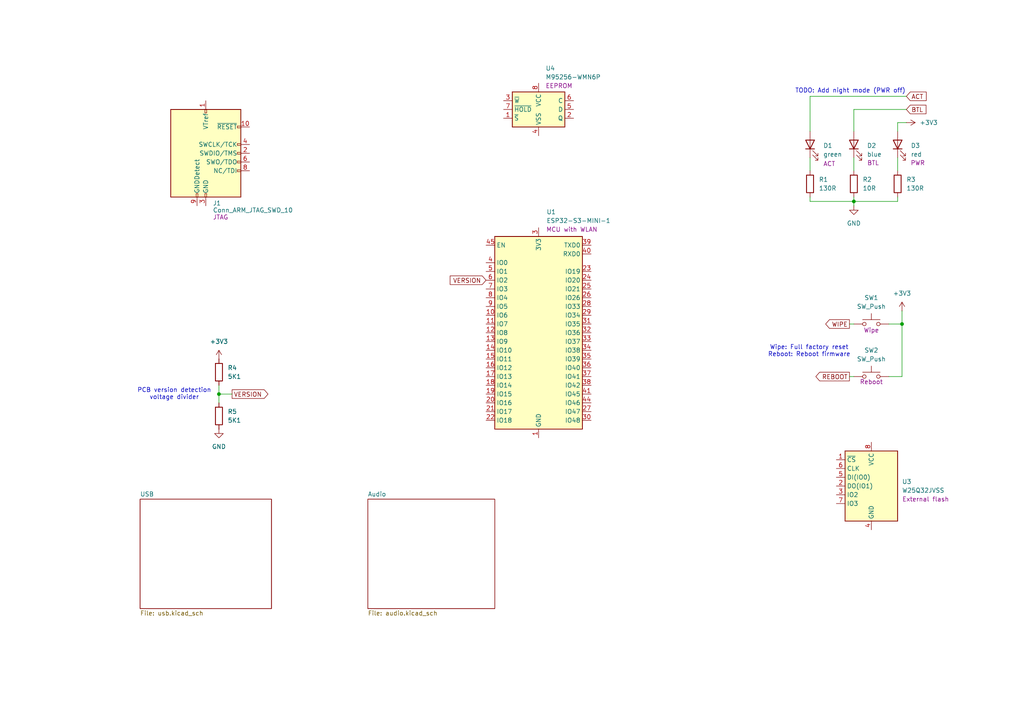
<source format=kicad_sch>
(kicad_sch (version 20231120) (generator "eeschema") (generator_version "8.0")
  (paper "A4")
  (title_block (title "soundbox"))
  (lib_symbols
    (symbol "Connector:Conn_ARM_JTAG_SWD_10" (pin_names (offset 1.016))
      (property "Reference" "J" (at -2.54 16.51 0))
      (property "Value" "Conn_ARM_JTAG_SWD_10" (at -2.54 13.97 0))
      (symbol "Conn_ARM_JTAG_SWD_10_0_1"
        (rectangle (start -10.16 12.7) (end 10.16 -12.7) (stroke (width 0.254)) (fill (type background)))
        (rectangle (start -2.794 -12.7) (end -2.286 -11.684))
        (rectangle (start -0.254 -12.7) (end 0.254 -11.684))
        (rectangle (start -0.254 12.7) (end 0.254 11.684))
        (rectangle (start 9.144 2.286) (end 10.16 2.794))
        (rectangle (start 10.16 -2.794) (end 9.144 -2.286))
        (rectangle (start 10.16 -0.254) (end 9.144 0.254))
        (rectangle (start 10.16 7.874) (end 9.144 7.366))
      )
      (symbol "Conn_ARM_JTAG_SWD_10_1_1"
        (rectangle (start 9.144 -5.334) (end 10.16 -4.826))
        (pin power_in line (at 0 15.24 270) (length 2.54) (name "VTref") (number "1"))
        (pin open_collector line (at 12.7 7.62 180) (length 2.54) (name "~{RESET}") (number "10"))
        (pin bidirectional line (at 12.7 0 180) (length 2.54) (name "SWDIO/TMS") (number "2"))
        (pin power_in line (at 0 -15.24 90) (length 2.54) (name "GND") (number "3"))
        (pin output line (at 12.7 2.54 180) (length 2.54) (name "SWCLK/TCK") (number "4"))
        (pin passive line (at 0 -15.24 90) (length 2.54) hide (name "GND") (number "5"))
        (pin input line (at 12.7 -2.54 180) (length 2.54) (name "SWO/TDO") (number "6"))
        (pin no_connect line (at -10.16 0 0) (length 2.54) hide (name "KEY") (number "7"))
        (pin output line (at 12.7 -5.08 180) (length 2.54) (name "NC/TDI") (number "8"))
        (pin passive line (at -2.54 -15.24 90) (length 2.54) (name "GNDDetect") (number "9"))
      )
    )
    (symbol "Device:LED" (pin_numbers hide) (pin_names (offset 1.016) hide)
      (property "Reference" "D" (at 0 2.54 0))
      (property "Value" "LED" (at 0 -2.54 0))
      (symbol "LED_0_1"
        (polyline (pts (xy -1.27 -1.27) (xy -1.27 1.27)) (stroke (width 0.254)))
        (polyline (pts (xy -1.27 0) (xy 1.27 0)))
        (polyline (pts (xy 1.27 -1.27) (xy 1.27 1.27) (xy -1.27 0) (xy 1.27 -1.27)) (stroke (width 0.254)))
        (polyline (pts (xy -3.048 -0.762) (xy -4.572 -2.286) (xy -3.81 -2.286) (xy -4.572 -2.286) (xy -4.572 -1.524)))
        (polyline (pts (xy -1.778 -0.762) (xy -3.302 -2.286) (xy -2.54 -2.286) (xy -3.302 -2.286) (xy -3.302 -1.524)))
      )
      (symbol "LED_1_1"
        (pin passive line (at -3.81 0 0) (length 2.54) (name "K") (number "1"))
        (pin passive line (at 3.81 0 180) (length 2.54) (name "A") (number "2"))
      )
    )
    (symbol "Device:R" (pin_numbers hide) (pin_names (offset 0))
      (property "Reference" "R" (at 2.032 0 90))
      (property "Value" "R" (at 0 0 90))
      (symbol "R_0_1"
        (rectangle (start -1.016 -2.54) (end 1.016 2.54) (stroke (width 0.254)))
      )
      (symbol "R_1_1"
        (pin passive line (at 0 3.81 270) (length 1.27) (name "~") (number "1"))
        (pin passive line (at 0 -3.81 90) (length 1.27) (name "~") (number "2"))
      )
    )
    (symbol "Memory_EEPROM:M95256-WMN6P"
      (property "Reference" "U" (at -7.62 6.35 0))
      (property "Value" "M95256-WMN6P" (at 2.54 -6.35 0))
      (symbol "M95256-WMN6P_1_1"
        (rectangle (start -7.62 5.08) (end 7.62 -5.08) (stroke (width 0.254)) (fill (type background)))
        (pin input line (at -10.16 -2.54 0) (length 2.54) (name "~{S}") (number "1"))
        (pin output line (at 10.16 -2.54 180) (length 2.54) (name "Q") (number "2"))
        (pin input line (at -10.16 2.54 0) (length 2.54) (name "~{W}") (number "3"))
        (pin power_in line (at 0 -7.62 90) (length 2.54) (name "VSS") (number "4"))
        (pin input line (at 10.16 0 180) (length 2.54) (name "D") (number "5"))
        (pin input line (at 10.16 2.54 180) (length 2.54) (name "C") (number "6"))
        (pin input line (at -10.16 0 0) (length 2.54) (name "~{HOLD}") (number "7"))
        (pin power_in line (at 0 7.62 270) (length 2.54) (name "VCC") (number "8"))
      )
    )
    (symbol "Memory_Flash:W25Q32JVSS"
      (property "Reference" "U" (at -6.35 11.43 0))
      (property "Value" "W25Q32JVSS" (at 7.62 11.43 0))
      (symbol "W25Q32JVSS_0_1"
        (rectangle (start -7.62 10.16) (end 7.62 -10.16) (stroke (width 0.254)) (fill (type background)))
      )
      (symbol "W25Q32JVSS_1_1"
        (pin input line (at -10.16 7.62 0) (length 2.54) (name "~{CS}") (number "1"))
        (pin bidirectional line (at -10.16 0 0) (length 2.54) (name "DO(IO1)") (number "2"))
        (pin bidirectional line (at -10.16 -2.54 0) (length 2.54) (name "IO2") (number "3"))
        (pin power_in line (at 0 -12.7 90) (length 2.54) (name "GND") (number "4"))
        (pin bidirectional line (at -10.16 2.54 0) (length 2.54) (name "DI(IO0)") (number "5"))
        (pin input line (at -10.16 5.08 0) (length 2.54) (name "CLK") (number "6"))
        (pin bidirectional line (at -10.16 -5.08 0) (length 2.54) (name "IO3") (number "7"))
        (pin power_in line (at 0 12.7 270) (length 2.54) (name "VCC") (number "8"))
      )
    )
    (symbol "RF_Module:ESP32-S3-MINI-1"
      (property "Reference" "U" (at -11.43 29.21 0))
      (property "Value" "ESP32-S3-MINI-1" (at 12.7 29.21 0))
      (symbol "ESP32-S3-MINI-1_0_1"
        (rectangle (start -12.7 27.94) (end 12.7 -27.94) (stroke (width 0.254)) (fill (type background)))
      )
      (symbol "ESP32-S3-MINI-1_1_1"
        (pin power_in line (at 0 -30.48 90) (length 2.54) (name "GND") (number "1"))
        (pin bidirectional line (at -15.24 5.08 0) (length 2.54) (name "IO6") (number "10"))
        (pin bidirectional line (at -15.24 2.54 0) (length 2.54) (name "IO7") (number "11"))
        (pin bidirectional line (at -15.24 0 0) (length 2.54) (name "IO8") (number "12"))
        (pin bidirectional line (at -15.24 -2.54 0) (length 2.54) (name "IO9") (number "13"))
        (pin bidirectional line (at -15.24 -5.08 0) (length 2.54) (name "IO10") (number "14"))
        (pin bidirectional line (at -15.24 -7.62 0) (length 2.54) (name "IO11") (number "15"))
        (pin bidirectional line (at -15.24 -10.16 0) (length 2.54) (name "IO12") (number "16"))
        (pin bidirectional line (at -15.24 -12.7 0) (length 2.54) (name "IO13") (number "17"))
        (pin bidirectional line (at -15.24 -15.24 0) (length 2.54) (name "IO14") (number "18"))
        (pin bidirectional line (at -15.24 -17.78 0) (length 2.54) (name "IO15") (number "19"))
        (pin passive line (at 0 -30.48 90) (length 2.54) hide (name "GND") (number "2"))
        (pin bidirectional line (at -15.24 -20.32 0) (length 2.54) (name "IO16") (number "20"))
        (pin bidirectional line (at -15.24 -22.86 0) (length 2.54) (name "IO17") (number "21"))
        (pin bidirectional line (at -15.24 -25.4 0) (length 2.54) (name "IO18") (number "22"))
        (pin bidirectional line (at 15.24 17.78 180) (length 2.54) (name "IO19") (number "23"))
        (pin bidirectional line (at 15.24 15.24 180) (length 2.54) (name "IO20") (number "24"))
        (pin bidirectional line (at 15.24 12.7 180) (length 2.54) (name "IO21") (number "25"))
        (pin bidirectional line (at 15.24 10.16 180) (length 2.54) (name "IO26") (number "26"))
        (pin bidirectional line (at 15.24 -22.86 180) (length 2.54) (name "IO47") (number "27"))
        (pin bidirectional line (at 15.24 7.62 180) (length 2.54) (name "IO33") (number "28"))
        (pin bidirectional line (at 15.24 5.08 180) (length 2.54) (name "IO34") (number "29"))
        (pin power_in line (at 0 30.48 270) (length 2.54) (name "3V3") (number "3"))
        (pin bidirectional line (at 15.24 -25.4 180) (length 2.54) (name "IO48") (number "30"))
        (pin bidirectional line (at 15.24 2.54 180) (length 2.54) (name "IO35") (number "31"))
        (pin bidirectional line (at 15.24 0 180) (length 2.54) (name "IO36") (number "32"))
        (pin bidirectional line (at 15.24 -2.54 180) (length 2.54) (name "IO37") (number "33"))
        (pin bidirectional line (at 15.24 -5.08 180) (length 2.54) (name "IO38") (number "34"))
        (pin bidirectional line (at 15.24 -7.62 180) (length 2.54) (name "IO39") (number "35"))
        (pin bidirectional line (at 15.24 -10.16 180) (length 2.54) (name "IO40") (number "36"))
        (pin bidirectional line (at 15.24 -12.7 180) (length 2.54) (name "IO41") (number "37"))
        (pin bidirectional line (at 15.24 -15.24 180) (length 2.54) (name "IO42") (number "38"))
        (pin bidirectional line (at 15.24 25.4 180) (length 2.54) (name "TXD0") (number "39"))
        (pin bidirectional line (at -15.24 20.32 0) (length 2.54) (name "IO0") (number "4"))
        (pin bidirectional line (at 15.24 22.86 180) (length 2.54) (name "RXD0") (number "40"))
        (pin bidirectional line (at 15.24 -17.78 180) (length 2.54) (name "IO45") (number "41"))
        (pin passive line (at 0 -30.48 90) (length 2.54) hide (name "GND") (number "42"))
        (pin passive line (at 0 -30.48 90) (length 2.54) hide (name "GND") (number "43"))
        (pin bidirectional line (at 15.24 -20.32 180) (length 2.54) (name "IO46") (number "44"))
        (pin input line (at -15.24 25.4 0) (length 2.54) (name "EN") (number "45"))
        (pin passive line (at 0 -30.48 90) (length 2.54) hide (name "GND") (number "46"))
        (pin passive line (at 0 -30.48 90) (length 2.54) hide (name "GND") (number "47"))
        (pin passive line (at 0 -30.48 90) (length 2.54) hide (name "GND") (number "48"))
        (pin passive line (at 0 -30.48 90) (length 2.54) hide (name "GND") (number "49"))
        (pin bidirectional line (at -15.24 17.78 0) (length 2.54) (name "IO1") (number "5"))
        (pin passive line (at 0 -30.48 90) (length 2.54) hide (name "GND") (number "50"))
        (pin passive line (at 0 -30.48 90) (length 2.54) hide (name "GND") (number "51"))
        (pin passive line (at 0 -30.48 90) (length 2.54) hide (name "GND") (number "52"))
        (pin passive line (at 0 -30.48 90) (length 2.54) hide (name "GND") (number "53"))
        (pin passive line (at 0 -30.48 90) (length 2.54) hide (name "GND") (number "54"))
        (pin passive line (at 0 -30.48 90) (length 2.54) hide (name "GND") (number "55"))
        (pin passive line (at 0 -30.48 90) (length 2.54) hide (name "GND") (number "56"))
        (pin passive line (at 0 -30.48 90) (length 2.54) hide (name "GND") (number "57"))
        (pin passive line (at 0 -30.48 90) (length 2.54) hide (name "GND") (number "58"))
        (pin passive line (at 0 -30.48 90) (length 2.54) hide (name "GND") (number "59"))
        (pin bidirectional line (at -15.24 15.24 0) (length 2.54) (name "IO2") (number "6"))
        (pin passive line (at 0 -30.48 90) (length 2.54) hide (name "GND") (number "60"))
        (pin passive line (at 0 -30.48 90) (length 2.54) hide (name "GND") (number "61"))
        (pin passive line (at 0 -30.48 90) (length 2.54) hide (name "GND") (number "62"))
        (pin passive line (at 0 -30.48 90) (length 2.54) hide (name "GND") (number "63"))
        (pin passive line (at 0 -30.48 90) (length 2.54) hide (name "GND") (number "64"))
        (pin passive line (at 0 -30.48 90) (length 2.54) hide (name "GND") (number "65"))
        (pin bidirectional line (at -15.24 12.7 0) (length 2.54) (name "IO3") (number "7"))
        (pin bidirectional line (at -15.24 10.16 0) (length 2.54) (name "IO4") (number "8"))
        (pin bidirectional line (at -15.24 7.62 0) (length 2.54) (name "IO5") (number "9"))
      )
    )
    (symbol "Switch:SW_Push" (pin_numbers hide) (pin_names (offset 1.016) hide)
      (property "Reference" "SW" (at 1.27 2.54 0))
      (property "Value" "SW_Push" (at 0 -1.524 0))
      (symbol "SW_Push_0_1"
        (circle (center -2.032 0) (radius 0.508))
        (polyline (pts (xy 0 1.27) (xy 0 3.048)))
        (polyline (pts (xy 2.54 1.27) (xy -2.54 1.27)))
        (circle (center 2.032 0) (radius 0.508))
        (pin passive line (at -5.08 0 0) (length 2.54) (name "1") (number "1"))
        (pin passive line (at 5.08 0 180) (length 2.54) (name "2") (number "2"))
      )
    )
    (symbol "power:+3V3" (power) (pin_numbers hide) (pin_names (offset 0) hide)
      (property "Value" "+3V3" (at 0 3.556 0))
      (symbol "+3V3_0_1"
        (polyline (pts (xy -0.762 1.27) (xy 0 2.54)))
        (polyline (pts (xy 0 0) (xy 0 2.54)))
        (polyline (pts (xy 0 2.54) (xy 0.762 1.27)))
      )
      (symbol "+3V3_1_1"
        (pin power_in line (at 0 0 90) (length 0) (name "~") (number "1"))
      )
    )
    (symbol "power:GND" (power) (pin_numbers hide) (pin_names (offset 0) hide)
      (property "Value" "GND" (at 0 -3.81 0))
      (symbol "GND_0_1"
        (polyline (pts (xy 0 0) (xy 0 -1.27) (xy 1.27 -1.27) (xy 0 -2.54) (xy -1.27 -1.27) (xy 0 -1.27)))
      )
      (symbol "GND_1_1"
        (pin power_in line (at 0 0 270) (length 0) (name "~") (number "1"))
      )
    )
  )
  (junction (at 247.65 58.42))
  (junction (at 63.5 114.3))
  (junction (at 261.62 93.98))
  (wire (pts (xy 257.81 109.22) (xy 261.62 109.22)))
  (wire (pts (xy 260.35 57.15) (xy 260.35 58.42)))
  (wire (pts (xy 234.95 58.42) (xy 247.65 58.42)))
  (wire (pts (xy 234.95 45.72) (xy 234.95 49.53)))
  (wire (pts (xy 234.95 27.94) (xy 262.89 27.94)))
  (wire (pts (xy 246.38 109.22) (xy 247.65 109.22)))
  (wire (pts (xy 257.81 93.98) (xy 261.62 93.98)))
  (wire (pts (xy 63.5 114.3) (xy 63.5 116.84)))
  (wire (pts (xy 247.65 38.1) (xy 247.65 31.75)))
  (wire (pts (xy 234.95 38.1) (xy 234.95 27.94)))
  (wire (pts (xy 261.62 90.17) (xy 261.62 93.98)))
  (wire (pts (xy 260.35 35.56) (xy 262.89 35.56)))
  (wire (pts (xy 247.65 58.42) (xy 247.65 59.69)))
  (wire (pts (xy 260.35 38.1) (xy 260.35 35.56)))
  (wire (pts (xy 261.62 93.98) (xy 261.62 109.22)))
  (wire (pts (xy 63.5 111.76) (xy 63.5 114.3)))
  (wire (pts (xy 247.65 45.72) (xy 247.65 49.53)))
  (wire (pts (xy 260.35 45.72) (xy 260.35 49.53)))
  (wire (pts (xy 67.31 114.3) (xy 63.5 114.3)))
  (wire (pts (xy 247.65 57.15) (xy 247.65 58.42)))
  (wire (pts (xy 247.65 31.75) (xy 262.89 31.75)))
  (wire (pts (xy 247.65 58.42) (xy 260.35 58.42)))
  (wire (pts (xy 246.38 93.98) (xy 247.65 93.98)))
  (wire (pts (xy 234.95 57.15) (xy 234.95 58.42)))
  (text "Wipe: Full factory reset\nReboot: Reboot firmware" (at 234.696 101.854 0) (effects (font (size 1.27 1.27))))
  (text "TODO: Add night mode (PWR off)" (at 246.634 26.416 0) (effects (font (size 1.27 1.27))))
  (text "PCB version detection\nvoltage divider" (at 50.546 114.3 0) (effects (font (size 1.27 1.27))))
  (global_label "WIPE" (shape output) (at 246.38 93.98 180) (property "Intersheetrefs" "${INTERSHEET_REFS}" (effects (hide yes))))
  (global_label "REBOOT" (shape output) (at 246.38 109.22 180) (property "Intersheetrefs" "${INTERSHEET_REFS}" (effects (hide yes))))
  (global_label "VERSION" (shape input) (at 140.97 81.28 180) (property "Intersheetrefs" "${INTERSHEET_REFS}" (effects (hide yes))))
  (global_label "VERSION" (shape output) (at 67.31 114.3 0) (property "Intersheetrefs" "${INTERSHEET_REFS}" (effects (hide yes))))
  (global_label "ACT" (shape input) (at 262.89 27.94 0) (property "Intersheetrefs" "${INTERSHEET_REFS}" (effects (hide yes))))
  (global_label "BTL" (shape input) (at 262.89 31.75 0) (property "Intersheetrefs" "${INTERSHEET_REFS}" (effects (hide yes))))
  (symbol (lib_id "power:GND") (at 247.65 59.69 0) (unit 1)
    (property "Reference" "#PWR012" (effects (hide yes)))
    (property "Value" "GND" (at 247.65 64.77 0))
    (property "Description" "Power symbol creates a global label with name \"GND\" , ground" (effects (hide yes)))
  )
  (symbol (lib_id "power:GND") (at 63.5 124.46 0) (unit 1)
    (property "Reference" "#PWR01" (effects (hide yes)))
    (property "Value" "GND" (at 63.5 129.54 0))
    (property "Description" "Power symbol creates a global label with name \"GND\" , ground" (effects (hide yes)))
  )
  (symbol (lib_id "RF_Module:ESP32-S3-MINI-1") (at 156.21 96.52 0) (unit 1)
    (property "Reference" "U1" (at 158.496 61.468 0) (effects (justify left)))
    (property "Value" "ESP32-S3-MINI-1" (at 158.496 64.008 0) (effects (justify left)))
    (property "Footprint" "RF_Module:ESP32-S2-MINI-1" (effects (hide yes)))
    (property "Datasheet" "https://www.espressif.com/sites/default/files/documentation/esp32-s3-mini-1_mini-1u_datasheet_en.pdf" (effects (hide yes)))
    (property "Description" "MCU with WLAN" (at 165.862 66.548 0))
    (property "MPN" "ESP32-S3-MINI-1-N8" (effects (hide yes)))
    (property "Manufacturer" "Espressif Systems" (effects (hide yes)))
  )
  (symbol (lib_id "Memory_Flash:W25Q32JVSS") (at 252.73 140.97 0) (unit 1)
    (property "Reference" "U3" (at 261.62 139.6999 0) (effects (justify left)))
    (property "Value" "W25Q32JVSS" (at 261.62 142.2399 0) (effects (justify left)))
    (property "Footprint" "Package_SO:SOIC-8_5.23x5.23mm_P1.27mm" (effects (hide yes)))
    (property "Datasheet" "http://www.winbond.com/resource-files/w25q32jv%20revg%2003272018%20plus.pdf" (effects (hide yes)))
    (property "Description" "External flash" (at 268.478 144.78 0))
    (property "MPN" "W25Q32JVSSIQ" (effects (hide yes)))
    (property "Manufacturer" "Winbond Electronics" (effects (hide yes)))
  )
  (symbol (lib_id "Connector:Conn_ARM_JTAG_SWD_10") (at 59.69 44.45 0) (unit 1)
    (property "Reference" "J1" (at 61.722 58.928 0) (effects (justify left)))
    (property "Value" "Conn_ARM_JTAG_SWD_10" (at 61.722 60.96 0) (effects (justify left)))
    (property "Datasheet" "https://mm.digikey.com/Volume0/opasdata/d220001/medias/docus/6209/ftsh-1xx-xx-xxx-dv-xxx-xxx-x-xx-mkt.pdf" (effects (hide yes)))
    (property "Description" "JTAG" (at 61.722 62.992 0) (effects (justify left)))
    (property "MPN" "FTSH-105-01-L-DV-007-K-TR" (effects (hide yes)))
    (property "Manufacturer" "samtec" (effects (hide yes)))
  )
  (symbol (lib_id "Switch:SW_Push") (at 252.73 109.22 0) (unit 1)
    (property "Reference" "SW2" (at 252.73 101.6 0))
    (property "Value" "SW_Push" (at 252.73 104.14 0))
    (property "Footprint" "Button_Switch_SMD:SW_SPST_TL3305B" (effects (hide yes)))
    (property "Datasheet" "https://www.e-switch.com/wp-content/uploads/2024/08/TL3305.pdf" (effects (hide yes)))
    (property "Description" "Reboot" (at 252.73 110.744 0))
    (property "MPN" "TL3305BF260QG" (effects (hide yes)))
    (property "Manufacturer" "E-Switch" (effects (hide yes)))
  )
  (symbol (lib_id "power:+3V3") (at 63.5 104.14 0) (unit 1)
    (property "Reference" "#PWR02" (effects (hide yes)))
    (property "Value" "+3V3" (at 63.5 99.06 0))
    (property "Description" "Power symbol creates a global label with name \"+3V3\"" (effects (hide yes)))
  )
  (symbol (lib_id "Device:R") (at 260.35 53.34 0) (unit 1)
    (property "Reference" "R3" (at 262.89 52.0699 0) (effects (justify left)))
    (property "Value" "130R" (at 262.89 54.6099 0) (effects (justify left)))
    (property "Footprint" "Resistor_SMD:R_0603_1608Metric" (effects (hide yes)))
    (property "Datasheet" "https://industrial.panasonic.com/cdbs/www-data/pdf/RDA0000/AOA0000C304.pdf" (effects (hide yes)))
    (property "Description" "Resistor" (effects (hide yes)))
    (property "MPN" "ERJ-3EKF1300V" (effects (hide yes)))
    (property "Manufacturer" "Panasonic Electronic Components" (effects (hide yes)))
  )
  (symbol (lib_id "Switch:SW_Push") (at 252.73 93.98 0) (unit 1)
    (property "Reference" "SW1" (at 252.73 86.36 0))
    (property "Value" "SW_Push" (at 252.73 88.9 0))
    (property "Footprint" "Button_Switch_SMD:SW_SPST_TL3305B" (effects (hide yes)))
    (property "Datasheet" "https://www.e-switch.com/wp-content/uploads/2024/08/TL3305.pdf" (effects (hide yes)))
    (property "Description" "Wipe" (at 252.73 95.758 0))
    (property "MPN" "TL3305BF260QG" (effects (hide yes)))
    (property "Manufacturer" "E-Switch" (effects (hide yes)))
  )
  (symbol (lib_id "Device:R") (at 247.65 53.34 0) (unit 1)
    (property "Reference" "R2" (at 250.19 52.0699 0) (effects (justify left)))
    (property "Value" "10R" (at 250.19 54.6099 0) (effects (justify left)))
    (property "Footprint" "Resistor_SMD:R_0603_1608Metric" (effects (hide yes)))
    (property "Datasheet" "https://industrial.panasonic.com/cdbs/www-data/pdf/RDO0000/AOA0000C331.pdf" (effects (hide yes)))
    (property "Description" "Resistor" (effects (hide yes)))
    (property "MPN" "ERJ-PA3F10R0V" (effects (hide yes)))
    (property "Manufacturer" "Panasonic Electronic Components" (effects (hide yes)))
  )
  (symbol (lib_id "power:+3V3") (at 261.62 90.17 0) (unit 1)
    (property "Reference" "#PWR011" (effects (hide yes)))
    (property "Value" "+3V3" (at 261.62 85.09 0))
    (property "Description" "Power symbol creates a global label with name \"+3V3\"" (effects (hide yes)))
  )
  (symbol (lib_id "Device:R") (at 63.5 120.65 0) (unit 1)
    (property "Reference" "R5" (at 66.04 119.3799 0) (effects (justify left)))
    (property "Value" "5K1" (at 66.04 121.9199 0) (effects (justify left)))
    (property "Footprint" "Resistor_SMD:R_0603_1608Metric" (effects (hide yes)))
    (property "Datasheet" "https://industrial.panasonic.com/cdbs/www-data/pdf/RDA0000/AOA0000C304.pdf" (effects (hide yes)))
    (property "Description" "Resistor" (effects (hide yes)))
    (property "MPN" "ERJ-3EKF5101V" (effects (hide yes)))
    (property "Manufacturer" "Panasonic Electronic Components" (effects (hide yes)))
  )
  (symbol (lib_id "Device:LED") (at 234.95 41.91 90) (unit 1)
    (property "Reference" "D1" (at 238.76 42.2274 90) (effects (justify right)))
    (property "Value" "green" (at 238.76 44.7674 90) (effects (justify right)))
    (property "Footprint" "LED_SMD:LED_1206_3216Metric" (effects (hide yes)))
    (property "Datasheet" "https://s3-us-west-2.amazonaws.com/catsy.557/Dialight_CBI_data_598-1206_Apr2018.pdf" (effects (hide yes)))
    (property "Description" "ACT" (at 240.538 47.498 90))
    (property "MPN" "598-8270-107F" (effects (hide yes)))
    (property "Manufacturer" "Dialight" (effects (hide yes)))
  )
  (symbol (lib_id "Device:R") (at 63.5 107.95 0) (unit 1)
    (property "Reference" "R4" (at 66.04 106.6799 0) (effects (justify left)))
    (property "Value" "5K1" (at 66.04 109.2199 0) (effects (justify left)))
    (property "Footprint" "Resistor_SMD:R_0603_1608Metric" (effects (hide yes)))
    (property "Datasheet" "https://industrial.panasonic.com/cdbs/www-data/pdf/RDA0000/AOA0000C304.pdf" (effects (hide yes)))
    (property "Description" "Resistor" (effects (hide yes)))
    (property "MPN" "ERJ-3EKF5101V" (effects (hide yes)))
    (property "Manufacturer" "Panasonic Electronic Components" (effects (hide yes)))
  )
  (symbol (lib_id "Device:R") (at 234.95 53.34 0) (unit 1)
    (property "Reference" "R1" (at 237.49 52.0699 0) (effects (justify left)))
    (property "Value" "130R" (at 237.49 54.6099 0) (effects (justify left)))
    (property "Footprint" "Resistor_SMD:R_0603_1608Metric" (effects (hide yes)))
    (property "Datasheet" "https://industrial.panasonic.com/cdbs/www-data/pdf/RDA0000/AOA0000C304.pdf" (effects (hide yes)))
    (property "Description" "Resistor" (effects (hide yes)))
    (property "MPN" "ERJ-3EKF1300V" (effects (hide yes)))
    (property "Manufacturer" "Panasonic Electronic Components" (effects (hide yes)))
  )
  (symbol (lib_id "Memory_EEPROM:M95256-WMN6P") (at 156.21 31.75 0) (unit 1)
    (property "Reference" "U4" (at 158.242 19.812 0) (effects (justify left)))
    (property "Value" "M95256-WMN6P" (at 158.242 22.352 0) (effects (justify left)))
    (property "Footprint" "Package_SO:SOIC-8_3.9x4.9mm_P1.27mm" (effects (hide yes)))
    (property "Datasheet" "http://www.st.com/content/ccc/resource/technical/document/datasheet/9d/75/f0/3e/76/00/4c/0b/CD00103810.pdf/files/CD00103810.pdf/jcr:content/translations/en.CD00103810.pdf" (effects (hide yes)))
    (property "Description" "EEPROM" (at 162.1439 24.892 0))
    (property "MPN" "M95256-WMN6P" (effects (hide yes)))
    (property "Manufacturer" "STMicroelectronics" (effects (hide yes)))
  )
  (symbol (lib_id "Device:LED") (at 260.35 41.91 90) (unit 1)
    (property "Reference" "D3" (at 264.16 42.2274 90) (effects (justify right)))
    (property "Value" "red" (at 264.16 44.7674 90) (effects (justify right)))
    (property "Footprint" "LED_SMD:LED_1206_3216Metric" (effects (hide yes)))
    (property "Datasheet" "https://s3-us-west-2.amazonaws.com/catsy.557/Dialight_CBI_data_598-1206_Apr2018.pdf" (effects (hide yes)))
    (property "Description" "PWR" (at 266.192 47.244 90))
    (property "MPN" "598-8210-107F" (effects (hide yes)))
    (property "Manufacturer" "Dialight" (effects (hide yes)))
  )
  (symbol (lib_id "power:+3V3") (at 262.89 35.56 270) (unit 1)
    (property "Reference" "#PWR013" (effects (hide yes)))
    (property "Value" "+3V3" (at 266.7 35.5599 90) (effects (justify left)))
    (property "Description" "Power symbol creates a global label with name \"+3V3\"" (effects (hide yes)))
  )
  (symbol (lib_id "Device:LED") (at 247.65 41.91 90) (unit 1)
    (property "Reference" "D2" (at 251.46 42.2274 90) (effects (justify right)))
    (property "Value" "blue" (at 251.46 44.7674 90) (effects (justify right)))
    (property "Footprint" "LED_SMD:LED_1206_3216Metric" (effects (hide yes)))
    (property "Datasheet" "https://s3-us-west-2.amazonaws.com/catsy.557/Dialight_CBI_data_598-1206_Apr2018.pdf" (effects (hide yes)))
    (property "Description" "BTL" (at 253.238 47.244 90))
    (property "MPN" "598-8291-107F" (effects (hide yes)))
    (property "Manufacturer" "Dialight" (effects (hide yes)))
  )
  (sheet (at 40.64 144.78) (size 38.1 31.75) (stroke (width 0.1524))
    (property "Sheetname" "USB" (at 40.64 144.0684 0) (effects (justify left bottom)))
    (property "Sheetfile" "usb.kicad_sch" (at 40.64 177.1146 0) (effects (justify left top)))
  )
  (sheet (at 106.68 144.78) (size 36.83 31.75) (stroke (width 0.1524))
    (property "Sheetname" "Audio" (at 106.68 144.0684 0) (effects (justify left bottom)))
    (property "Sheetfile" "audio.kicad_sch" (at 106.68 177.1146 0) (effects (justify left top)))
  )
)
</source>
